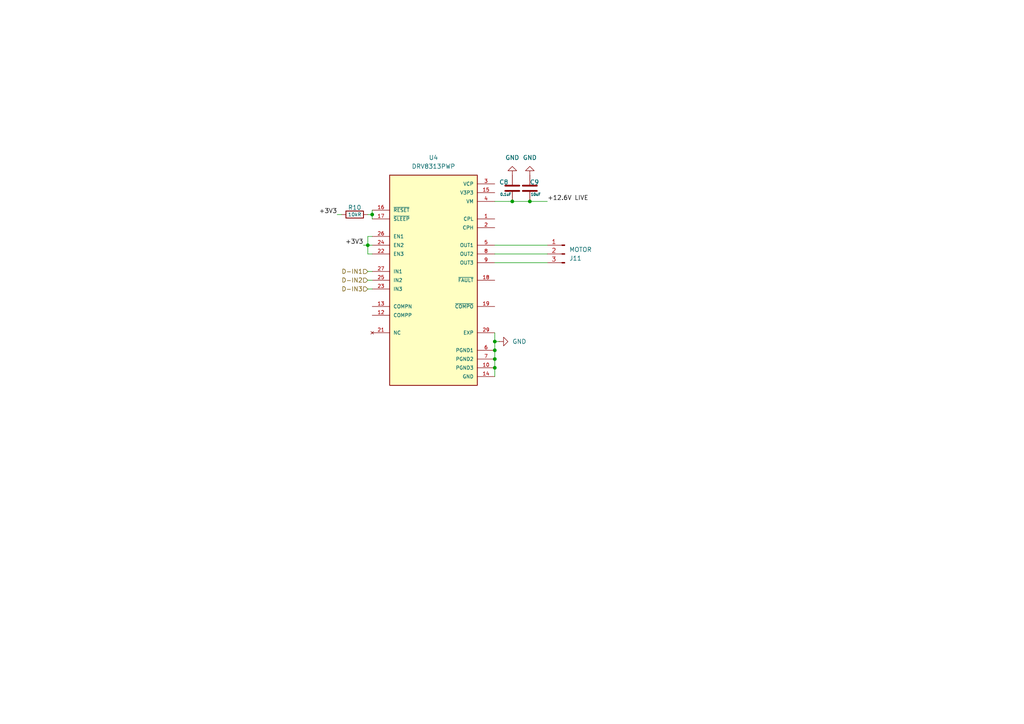
<source format=kicad_sch>
(kicad_sch
	(version 20250114)
	(generator "eeschema")
	(generator_version "9.0")
	(uuid "7f6bab19-dd48-4c26-acaf-e9f89422fd09")
	(paper "A4")
	(lib_symbols
		(symbol "C_1"
			(pin_numbers
				(hide yes)
			)
			(pin_names
				(offset 0.254)
			)
			(exclude_from_sim no)
			(in_bom yes)
			(on_board yes)
			(property "Reference" "C"
				(at 0.635 2.54 0)
				(effects
					(font
						(size 1.27 1.27)
					)
					(justify left)
				)
			)
			(property "Value" "C"
				(at 0.635 -2.54 0)
				(effects
					(font
						(size 1.27 1.27)
					)
					(justify left)
				)
			)
			(property "Footprint" ""
				(at 0.9652 -3.81 0)
				(effects
					(font
						(size 1.27 1.27)
					)
					(hide yes)
				)
			)
			(property "Datasheet" "~"
				(at 0 0 0)
				(effects
					(font
						(size 1.27 1.27)
					)
					(hide yes)
				)
			)
			(property "Description" "Unpolarized capacitor"
				(at 0 0 0)
				(effects
					(font
						(size 1.27 1.27)
					)
					(hide yes)
				)
			)
			(property "ki_keywords" "cap capacitor"
				(at 0 0 0)
				(effects
					(font
						(size 1.27 1.27)
					)
					(hide yes)
				)
			)
			(property "ki_fp_filters" "C_*"
				(at 0 0 0)
				(effects
					(font
						(size 1.27 1.27)
					)
					(hide yes)
				)
			)
			(symbol "C_1_0_1"
				(polyline
					(pts
						(xy -2.032 0.762) (xy 2.032 0.762)
					)
					(stroke
						(width 0.508)
						(type default)
					)
					(fill
						(type none)
					)
				)
				(polyline
					(pts
						(xy -2.032 -0.762) (xy 2.032 -0.762)
					)
					(stroke
						(width 0.508)
						(type default)
					)
					(fill
						(type none)
					)
				)
			)
			(symbol "C_1_1_1"
				(pin passive line
					(at 0 3.81 270)
					(length 2.794)
					(name "~"
						(effects
							(font
								(size 1.27 1.27)
							)
						)
					)
					(number "1"
						(effects
							(font
								(size 1.27 1.27)
							)
						)
					)
				)
				(pin passive line
					(at 0 -3.81 90)
					(length 2.794)
					(name "~"
						(effects
							(font
								(size 1.27 1.27)
							)
						)
					)
					(number "2"
						(effects
							(font
								(size 1.27 1.27)
							)
						)
					)
				)
			)
			(embedded_fonts no)
		)
		(symbol "Connector:Conn_01x03_Pin"
			(pin_names
				(offset 1.016)
				(hide yes)
			)
			(exclude_from_sim no)
			(in_bom yes)
			(on_board yes)
			(property "Reference" "J"
				(at 0 5.08 0)
				(effects
					(font
						(size 1.27 1.27)
					)
				)
			)
			(property "Value" "Conn_01x03_Pin"
				(at 0 -5.08 0)
				(effects
					(font
						(size 1.27 1.27)
					)
				)
			)
			(property "Footprint" ""
				(at 0 0 0)
				(effects
					(font
						(size 1.27 1.27)
					)
					(hide yes)
				)
			)
			(property "Datasheet" "~"
				(at 0 0 0)
				(effects
					(font
						(size 1.27 1.27)
					)
					(hide yes)
				)
			)
			(property "Description" "Generic connector, single row, 01x03, script generated"
				(at 0 0 0)
				(effects
					(font
						(size 1.27 1.27)
					)
					(hide yes)
				)
			)
			(property "ki_locked" ""
				(at 0 0 0)
				(effects
					(font
						(size 1.27 1.27)
					)
				)
			)
			(property "ki_keywords" "connector"
				(at 0 0 0)
				(effects
					(font
						(size 1.27 1.27)
					)
					(hide yes)
				)
			)
			(property "ki_fp_filters" "Connector*:*_1x??_*"
				(at 0 0 0)
				(effects
					(font
						(size 1.27 1.27)
					)
					(hide yes)
				)
			)
			(symbol "Conn_01x03_Pin_1_1"
				(rectangle
					(start 0.8636 2.667)
					(end 0 2.413)
					(stroke
						(width 0.1524)
						(type default)
					)
					(fill
						(type outline)
					)
				)
				(rectangle
					(start 0.8636 0.127)
					(end 0 -0.127)
					(stroke
						(width 0.1524)
						(type default)
					)
					(fill
						(type outline)
					)
				)
				(rectangle
					(start 0.8636 -2.413)
					(end 0 -2.667)
					(stroke
						(width 0.1524)
						(type default)
					)
					(fill
						(type outline)
					)
				)
				(polyline
					(pts
						(xy 1.27 2.54) (xy 0.8636 2.54)
					)
					(stroke
						(width 0.1524)
						(type default)
					)
					(fill
						(type none)
					)
				)
				(polyline
					(pts
						(xy 1.27 0) (xy 0.8636 0)
					)
					(stroke
						(width 0.1524)
						(type default)
					)
					(fill
						(type none)
					)
				)
				(polyline
					(pts
						(xy 1.27 -2.54) (xy 0.8636 -2.54)
					)
					(stroke
						(width 0.1524)
						(type default)
					)
					(fill
						(type none)
					)
				)
				(pin passive line
					(at 5.08 2.54 180)
					(length 3.81)
					(name "Pin_1"
						(effects
							(font
								(size 1.27 1.27)
							)
						)
					)
					(number "1"
						(effects
							(font
								(size 1.27 1.27)
							)
						)
					)
				)
				(pin passive line
					(at 5.08 0 180)
					(length 3.81)
					(name "Pin_2"
						(effects
							(font
								(size 1.27 1.27)
							)
						)
					)
					(number "2"
						(effects
							(font
								(size 1.27 1.27)
							)
						)
					)
				)
				(pin passive line
					(at 5.08 -2.54 180)
					(length 3.81)
					(name "Pin_3"
						(effects
							(font
								(size 1.27 1.27)
							)
						)
					)
					(number "3"
						(effects
							(font
								(size 1.27 1.27)
							)
						)
					)
				)
			)
			(embedded_fonts no)
		)
		(symbol "DRV8313PWP:DRV8313PWP"
			(pin_names
				(offset 1.016)
			)
			(exclude_from_sim no)
			(in_bom yes)
			(on_board yes)
			(property "Reference" "U"
				(at -12.7 31.48 0)
				(effects
					(font
						(size 1.27 1.27)
					)
					(justify left bottom)
				)
			)
			(property "Value" "DRV8313PWP"
				(at -12.7 -33.02 0)
				(effects
					(font
						(size 1.27 1.27)
					)
					(justify left bottom)
				)
			)
			(property "Footprint" "DRV8313PWP:SOP65P640X120-29N"
				(at 0 0 0)
				(effects
					(font
						(size 1.27 1.27)
					)
					(justify bottom)
					(hide yes)
				)
			)
			(property "Datasheet" ""
				(at 0 0 0)
				(effects
					(font
						(size 1.27 1.27)
					)
					(hide yes)
				)
			)
			(property "Description" ""
				(at 0 0 0)
				(effects
					(font
						(size 1.27 1.27)
					)
					(hide yes)
				)
			)
			(property "MF" "Texas Instruments"
				(at 0 0 0)
				(effects
					(font
						(size 1.27 1.27)
					)
					(justify bottom)
					(hide yes)
				)
			)
			(property "SNAPEDA_PACKAGE_ID" "102627"
				(at 0 0 0)
				(effects
					(font
						(size 1.27 1.27)
					)
					(justify bottom)
					(hide yes)
				)
			)
			(property "Package" "HTSSOP-28 Texas Instruments"
				(at 0 0 0)
				(effects
					(font
						(size 1.27 1.27)
					)
					(justify bottom)
					(hide yes)
				)
			)
			(property "Price" "None"
				(at 0 0 0)
				(effects
					(font
						(size 1.27 1.27)
					)
					(justify bottom)
					(hide yes)
				)
			)
			(property "Check_prices" "https://www.snapeda.com/parts/DRV8313PWP/Texas+Instruments/view-part/?ref=eda"
				(at 0 0 0)
				(effects
					(font
						(size 1.27 1.27)
					)
					(justify bottom)
					(hide yes)
				)
			)
			(property "STANDARD" "Manufacturer Recommendations"
				(at 0 0 0)
				(effects
					(font
						(size 1.27 1.27)
					)
					(justify bottom)
					(hide yes)
				)
			)
			(property "PARTREV" "D"
				(at 0 0 0)
				(effects
					(font
						(size 1.27 1.27)
					)
					(justify bottom)
					(hide yes)
				)
			)
			(property "SnapEDA_Link" "https://www.snapeda.com/parts/DRV8313PWP/Texas+Instruments/view-part/?ref=snap"
				(at 0 0 0)
				(effects
					(font
						(size 1.27 1.27)
					)
					(justify bottom)
					(hide yes)
				)
			)
			(property "MP" "DRV8313PWP"
				(at 0 0 0)
				(effects
					(font
						(size 1.27 1.27)
					)
					(justify bottom)
					(hide yes)
				)
			)
			(property "Purchase-URL" "https://www.snapeda.com/api/url_track_click_mouser/?unipart_id=287728&manufacturer=Texas Instruments&part_name=DRV8313PWP&search_term=None"
				(at 0 0 0)
				(effects
					(font
						(size 1.27 1.27)
					)
					(justify bottom)
					(hide yes)
				)
			)
			(property "Description_1" "65-V max 3-A peak 3-phase motor driver with integrated FETs"
				(at 0 0 0)
				(effects
					(font
						(size 1.27 1.27)
					)
					(justify bottom)
					(hide yes)
				)
			)
			(property "MANUFACTURER" "Texas Instruments"
				(at 0 0 0)
				(effects
					(font
						(size 1.27 1.27)
					)
					(justify bottom)
					(hide yes)
				)
			)
			(property "Availability" "In Stock"
				(at 0 0 0)
				(effects
					(font
						(size 1.27 1.27)
					)
					(justify bottom)
					(hide yes)
				)
			)
			(property "MAXIMUM_PACKAGE_HEIGHT" "1.2 mm"
				(at 0 0 0)
				(effects
					(font
						(size 1.27 1.27)
					)
					(justify bottom)
					(hide yes)
				)
			)
			(symbol "DRV8313PWP_0_0"
				(rectangle
					(start -12.7 -30.48)
					(end 12.7 30.48)
					(stroke
						(width 0.254)
						(type default)
					)
					(fill
						(type background)
					)
				)
				(pin input line
					(at -17.78 20.32 0)
					(length 5.08)
					(name "~{RESET}"
						(effects
							(font
								(size 1.016 1.016)
							)
						)
					)
					(number "16"
						(effects
							(font
								(size 1.016 1.016)
							)
						)
					)
				)
				(pin input line
					(at -17.78 17.78 0)
					(length 5.08)
					(name "~{SLEEP}"
						(effects
							(font
								(size 1.016 1.016)
							)
						)
					)
					(number "17"
						(effects
							(font
								(size 1.016 1.016)
							)
						)
					)
				)
				(pin input line
					(at -17.78 12.7 0)
					(length 5.08)
					(name "EN1"
						(effects
							(font
								(size 1.016 1.016)
							)
						)
					)
					(number "26"
						(effects
							(font
								(size 1.016 1.016)
							)
						)
					)
				)
				(pin input line
					(at -17.78 10.16 0)
					(length 5.08)
					(name "EN2"
						(effects
							(font
								(size 1.016 1.016)
							)
						)
					)
					(number "24"
						(effects
							(font
								(size 1.016 1.016)
							)
						)
					)
				)
				(pin input line
					(at -17.78 7.62 0)
					(length 5.08)
					(name "EN3"
						(effects
							(font
								(size 1.016 1.016)
							)
						)
					)
					(number "22"
						(effects
							(font
								(size 1.016 1.016)
							)
						)
					)
				)
				(pin input line
					(at -17.78 2.54 0)
					(length 5.08)
					(name "IN1"
						(effects
							(font
								(size 1.016 1.016)
							)
						)
					)
					(number "27"
						(effects
							(font
								(size 1.016 1.016)
							)
						)
					)
				)
				(pin input line
					(at -17.78 0 0)
					(length 5.08)
					(name "IN2"
						(effects
							(font
								(size 1.016 1.016)
							)
						)
					)
					(number "25"
						(effects
							(font
								(size 1.016 1.016)
							)
						)
					)
				)
				(pin input line
					(at -17.78 -2.54 0)
					(length 5.08)
					(name "IN3"
						(effects
							(font
								(size 1.016 1.016)
							)
						)
					)
					(number "23"
						(effects
							(font
								(size 1.016 1.016)
							)
						)
					)
				)
				(pin input line
					(at -17.78 -7.62 0)
					(length 5.08)
					(name "COMPN"
						(effects
							(font
								(size 1.016 1.016)
							)
						)
					)
					(number "13"
						(effects
							(font
								(size 1.016 1.016)
							)
						)
					)
				)
				(pin input line
					(at -17.78 -10.16 0)
					(length 5.08)
					(name "COMPP"
						(effects
							(font
								(size 1.016 1.016)
							)
						)
					)
					(number "12"
						(effects
							(font
								(size 1.016 1.016)
							)
						)
					)
				)
				(pin no_connect line
					(at -17.78 -15.24 0)
					(length 5.08)
					(name "NC"
						(effects
							(font
								(size 1.016 1.016)
							)
						)
					)
					(number "21"
						(effects
							(font
								(size 1.016 1.016)
							)
						)
					)
				)
				(pin power_in line
					(at 17.78 27.94 180)
					(length 5.08)
					(name "VCP"
						(effects
							(font
								(size 1.016 1.016)
							)
						)
					)
					(number "3"
						(effects
							(font
								(size 1.016 1.016)
							)
						)
					)
				)
				(pin power_in line
					(at 17.78 25.4 180)
					(length 5.08)
					(name "V3P3"
						(effects
							(font
								(size 1.016 1.016)
							)
						)
					)
					(number "15"
						(effects
							(font
								(size 1.016 1.016)
							)
						)
					)
				)
				(pin power_in line
					(at 17.78 22.86 180)
					(length 5.08)
					(hide yes)
					(name "VM"
						(effects
							(font
								(size 1.016 1.016)
							)
						)
					)
					(number "11"
						(effects
							(font
								(size 1.016 1.016)
							)
						)
					)
				)
				(pin power_in line
					(at 17.78 22.86 180)
					(length 5.08)
					(name "VM"
						(effects
							(font
								(size 1.016 1.016)
							)
						)
					)
					(number "4"
						(effects
							(font
								(size 1.016 1.016)
							)
						)
					)
				)
				(pin power_in line
					(at 17.78 17.78 180)
					(length 5.08)
					(name "CPL"
						(effects
							(font
								(size 1.016 1.016)
							)
						)
					)
					(number "1"
						(effects
							(font
								(size 1.016 1.016)
							)
						)
					)
				)
				(pin power_in line
					(at 17.78 15.24 180)
					(length 5.08)
					(name "CPH"
						(effects
							(font
								(size 1.016 1.016)
							)
						)
					)
					(number "2"
						(effects
							(font
								(size 1.016 1.016)
							)
						)
					)
				)
				(pin output line
					(at 17.78 10.16 180)
					(length 5.08)
					(name "OUT1"
						(effects
							(font
								(size 1.016 1.016)
							)
						)
					)
					(number "5"
						(effects
							(font
								(size 1.016 1.016)
							)
						)
					)
				)
				(pin output line
					(at 17.78 7.62 180)
					(length 5.08)
					(name "OUT2"
						(effects
							(font
								(size 1.016 1.016)
							)
						)
					)
					(number "8"
						(effects
							(font
								(size 1.016 1.016)
							)
						)
					)
				)
				(pin output line
					(at 17.78 5.08 180)
					(length 5.08)
					(name "OUT3"
						(effects
							(font
								(size 1.016 1.016)
							)
						)
					)
					(number "9"
						(effects
							(font
								(size 1.016 1.016)
							)
						)
					)
				)
				(pin output line
					(at 17.78 0 180)
					(length 5.08)
					(name "~{FAULT}"
						(effects
							(font
								(size 1.016 1.016)
							)
						)
					)
					(number "18"
						(effects
							(font
								(size 1.016 1.016)
							)
						)
					)
				)
				(pin output line
					(at 17.78 -7.62 180)
					(length 5.08)
					(name "~{COMPO}"
						(effects
							(font
								(size 1.016 1.016)
							)
						)
					)
					(number "19"
						(effects
							(font
								(size 1.016 1.016)
							)
						)
					)
				)
				(pin power_in line
					(at 17.78 -15.24 180)
					(length 5.08)
					(name "EXP"
						(effects
							(font
								(size 1.016 1.016)
							)
						)
					)
					(number "29"
						(effects
							(font
								(size 1.016 1.016)
							)
						)
					)
				)
				(pin power_in line
					(at 17.78 -20.32 180)
					(length 5.08)
					(name "PGND1"
						(effects
							(font
								(size 1.016 1.016)
							)
						)
					)
					(number "6"
						(effects
							(font
								(size 1.016 1.016)
							)
						)
					)
				)
				(pin power_in line
					(at 17.78 -22.86 180)
					(length 5.08)
					(name "PGND2"
						(effects
							(font
								(size 1.016 1.016)
							)
						)
					)
					(number "7"
						(effects
							(font
								(size 1.016 1.016)
							)
						)
					)
				)
				(pin power_in line
					(at 17.78 -25.4 180)
					(length 5.08)
					(name "PGND3"
						(effects
							(font
								(size 1.016 1.016)
							)
						)
					)
					(number "10"
						(effects
							(font
								(size 1.016 1.016)
							)
						)
					)
				)
				(pin power_in line
					(at 17.78 -27.94 180)
					(length 5.08)
					(name "GND"
						(effects
							(font
								(size 1.016 1.016)
							)
						)
					)
					(number "14"
						(effects
							(font
								(size 1.016 1.016)
							)
						)
					)
				)
				(pin power_in line
					(at 17.78 -27.94 180)
					(length 5.08)
					(hide yes)
					(name "GND"
						(effects
							(font
								(size 1.016 1.016)
							)
						)
					)
					(number "20"
						(effects
							(font
								(size 1.016 1.016)
							)
						)
					)
				)
				(pin power_in line
					(at 17.78 -27.94 180)
					(length 5.08)
					(hide yes)
					(name "GND"
						(effects
							(font
								(size 1.016 1.016)
							)
						)
					)
					(number "28"
						(effects
							(font
								(size 1.016 1.016)
							)
						)
					)
				)
			)
			(embedded_fonts no)
		)
		(symbol "Device:C"
			(pin_numbers
				(hide yes)
			)
			(pin_names
				(offset 0.254)
			)
			(exclude_from_sim no)
			(in_bom yes)
			(on_board yes)
			(property "Reference" "C"
				(at 0.635 2.54 0)
				(effects
					(font
						(size 1.27 1.27)
					)
					(justify left)
				)
			)
			(property "Value" "C"
				(at 0.635 -2.54 0)
				(effects
					(font
						(size 1.27 1.27)
					)
					(justify left)
				)
			)
			(property "Footprint" ""
				(at 0.9652 -3.81 0)
				(effects
					(font
						(size 1.27 1.27)
					)
					(hide yes)
				)
			)
			(property "Datasheet" "~"
				(at 0 0 0)
				(effects
					(font
						(size 1.27 1.27)
					)
					(hide yes)
				)
			)
			(property "Description" "Unpolarized capacitor"
				(at 0 0 0)
				(effects
					(font
						(size 1.27 1.27)
					)
					(hide yes)
				)
			)
			(property "ki_keywords" "cap capacitor"
				(at 0 0 0)
				(effects
					(font
						(size 1.27 1.27)
					)
					(hide yes)
				)
			)
			(property "ki_fp_filters" "C_*"
				(at 0 0 0)
				(effects
					(font
						(size 1.27 1.27)
					)
					(hide yes)
				)
			)
			(symbol "C_0_1"
				(polyline
					(pts
						(xy -2.032 0.762) (xy 2.032 0.762)
					)
					(stroke
						(width 0.508)
						(type default)
					)
					(fill
						(type none)
					)
				)
				(polyline
					(pts
						(xy -2.032 -0.762) (xy 2.032 -0.762)
					)
					(stroke
						(width 0.508)
						(type default)
					)
					(fill
						(type none)
					)
				)
			)
			(symbol "C_1_1"
				(pin passive line
					(at 0 3.81 270)
					(length 2.794)
					(name "~"
						(effects
							(font
								(size 1.27 1.27)
							)
						)
					)
					(number "1"
						(effects
							(font
								(size 1.27 1.27)
							)
						)
					)
				)
				(pin passive line
					(at 0 -3.81 90)
					(length 2.794)
					(name "~"
						(effects
							(font
								(size 1.27 1.27)
							)
						)
					)
					(number "2"
						(effects
							(font
								(size 1.27 1.27)
							)
						)
					)
				)
			)
			(embedded_fonts no)
		)
		(symbol "Device:R"
			(pin_numbers
				(hide yes)
			)
			(pin_names
				(offset 0)
			)
			(exclude_from_sim no)
			(in_bom yes)
			(on_board yes)
			(property "Reference" "R"
				(at 2.032 0 90)
				(effects
					(font
						(size 1.27 1.27)
					)
				)
			)
			(property "Value" "R"
				(at 0 0 90)
				(effects
					(font
						(size 1.27 1.27)
					)
				)
			)
			(property "Footprint" ""
				(at -1.778 0 90)
				(effects
					(font
						(size 1.27 1.27)
					)
					(hide yes)
				)
			)
			(property "Datasheet" "~"
				(at 0 0 0)
				(effects
					(font
						(size 1.27 1.27)
					)
					(hide yes)
				)
			)
			(property "Description" "Resistor"
				(at 0 0 0)
				(effects
					(font
						(size 1.27 1.27)
					)
					(hide yes)
				)
			)
			(property "ki_keywords" "R res resistor"
				(at 0 0 0)
				(effects
					(font
						(size 1.27 1.27)
					)
					(hide yes)
				)
			)
			(property "ki_fp_filters" "R_*"
				(at 0 0 0)
				(effects
					(font
						(size 1.27 1.27)
					)
					(hide yes)
				)
			)
			(symbol "R_0_1"
				(rectangle
					(start -1.016 -2.54)
					(end 1.016 2.54)
					(stroke
						(width 0.254)
						(type default)
					)
					(fill
						(type none)
					)
				)
			)
			(symbol "R_1_1"
				(pin passive line
					(at 0 3.81 270)
					(length 1.27)
					(name "~"
						(effects
							(font
								(size 1.27 1.27)
							)
						)
					)
					(number "1"
						(effects
							(font
								(size 1.27 1.27)
							)
						)
					)
				)
				(pin passive line
					(at 0 -3.81 90)
					(length 1.27)
					(name "~"
						(effects
							(font
								(size 1.27 1.27)
							)
						)
					)
					(number "2"
						(effects
							(font
								(size 1.27 1.27)
							)
						)
					)
				)
			)
			(embedded_fonts no)
		)
		(symbol "power:GND"
			(power)
			(pin_numbers
				(hide yes)
			)
			(pin_names
				(offset 0)
				(hide yes)
			)
			(exclude_from_sim no)
			(in_bom yes)
			(on_board yes)
			(property "Reference" "#PWR"
				(at 0 -6.35 0)
				(effects
					(font
						(size 1.27 1.27)
					)
					(hide yes)
				)
			)
			(property "Value" "GND"
				(at 0 -3.81 0)
				(effects
					(font
						(size 1.27 1.27)
					)
				)
			)
			(property "Footprint" ""
				(at 0 0 0)
				(effects
					(font
						(size 1.27 1.27)
					)
					(hide yes)
				)
			)
			(property "Datasheet" ""
				(at 0 0 0)
				(effects
					(font
						(size 1.27 1.27)
					)
					(hide yes)
				)
			)
			(property "Description" "Power symbol creates a global label with name \"GND\" , ground"
				(at 0 0 0)
				(effects
					(font
						(size 1.27 1.27)
					)
					(hide yes)
				)
			)
			(property "ki_keywords" "global power"
				(at 0 0 0)
				(effects
					(font
						(size 1.27 1.27)
					)
					(hide yes)
				)
			)
			(symbol "GND_0_1"
				(polyline
					(pts
						(xy 0 0) (xy 0 -1.27) (xy 1.27 -1.27) (xy 0 -2.54) (xy -1.27 -1.27) (xy 0 -1.27)
					)
					(stroke
						(width 0)
						(type default)
					)
					(fill
						(type none)
					)
				)
			)
			(symbol "GND_1_1"
				(pin power_in line
					(at 0 0 270)
					(length 0)
					(name "~"
						(effects
							(font
								(size 1.27 1.27)
							)
						)
					)
					(number "1"
						(effects
							(font
								(size 1.27 1.27)
							)
						)
					)
				)
			)
			(embedded_fonts no)
		)
	)
	(junction
		(at 143.51 101.6)
		(diameter 0)
		(color 0 0 0 0)
		(uuid "00fd55c9-a2a4-4185-8074-56825c2db7db")
	)
	(junction
		(at 143.51 99.06)
		(diameter 0)
		(color 0 0 0 0)
		(uuid "307d9f27-905b-4fd5-9bbf-bb8e2500c408")
	)
	(junction
		(at 143.51 106.68)
		(diameter 0)
		(color 0 0 0 0)
		(uuid "7be246af-3edf-4625-8b3d-6a524d7dbe25")
	)
	(junction
		(at 106.68 71.12)
		(diameter 0)
		(color 0 0 0 0)
		(uuid "af716d97-b1d8-4cdc-922d-2da355948d6f")
	)
	(junction
		(at 143.51 104.14)
		(diameter 0)
		(color 0 0 0 0)
		(uuid "dc113224-abf1-487c-83ea-5722405dd9d7")
	)
	(junction
		(at 153.67 58.42)
		(diameter 0)
		(color 0 0 0 0)
		(uuid "ee37c214-e3e8-42e7-8d41-60e27b4d9fe3")
	)
	(junction
		(at 107.95 62.23)
		(diameter 0)
		(color 0 0 0 0)
		(uuid "f650df78-0ce5-457a-8f24-30f4b94e72b6")
	)
	(junction
		(at 148.59 58.42)
		(diameter 0)
		(color 0 0 0 0)
		(uuid "f65346d8-d356-4967-a7cd-e68b3f0a13c6")
	)
	(wire
		(pts
			(xy 107.95 62.23) (xy 107.95 63.5)
		)
		(stroke
			(width 0)
			(type default)
		)
		(uuid "12defd6e-c46e-4573-bec4-89cde6ea1dde")
	)
	(wire
		(pts
			(xy 106.68 83.82) (xy 107.95 83.82)
		)
		(stroke
			(width 0)
			(type default)
		)
		(uuid "1c4c0cd3-aa10-4c6f-a5b8-a734d49b59b3")
	)
	(wire
		(pts
			(xy 107.95 68.58) (xy 106.68 68.58)
		)
		(stroke
			(width 0)
			(type default)
		)
		(uuid "1dbff7e5-a22d-4330-89cc-3d1675730b29")
	)
	(wire
		(pts
			(xy 143.51 104.14) (xy 143.51 106.68)
		)
		(stroke
			(width 0)
			(type default)
		)
		(uuid "371d3046-301e-46bd-a213-6bbd51eeeff3")
	)
	(wire
		(pts
			(xy 143.51 73.66) (xy 158.75 73.66)
		)
		(stroke
			(width 0)
			(type default)
		)
		(uuid "3988992a-49b8-4232-915f-3836b918052e")
	)
	(wire
		(pts
			(xy 107.95 73.66) (xy 106.68 73.66)
		)
		(stroke
			(width 0)
			(type default)
		)
		(uuid "3fe5949d-d2a3-4772-80d4-0057936b8ff5")
	)
	(wire
		(pts
			(xy 143.51 99.06) (xy 144.78 99.06)
		)
		(stroke
			(width 0)
			(type default)
		)
		(uuid "402a0d84-a24f-4cdb-b319-fc914651f19a")
	)
	(wire
		(pts
			(xy 106.68 71.12) (xy 107.95 71.12)
		)
		(stroke
			(width 0)
			(type default)
		)
		(uuid "4fbfe6ba-9966-4c98-95e7-8656e9da126d")
	)
	(wire
		(pts
			(xy 143.51 96.52) (xy 143.51 99.06)
		)
		(stroke
			(width 0)
			(type default)
		)
		(uuid "5e6e6519-4810-46f7-a10a-c8f02c389640")
	)
	(wire
		(pts
			(xy 143.51 76.2) (xy 158.75 76.2)
		)
		(stroke
			(width 0)
			(type default)
		)
		(uuid "602773e9-a42e-4d41-8f2b-b5e3c625df0f")
	)
	(wire
		(pts
			(xy 143.51 99.06) (xy 143.51 101.6)
		)
		(stroke
			(width 0)
			(type default)
		)
		(uuid "71f0b67b-45b7-4040-8c91-ee4a4d7767ef")
	)
	(wire
		(pts
			(xy 97.79 62.23) (xy 99.06 62.23)
		)
		(stroke
			(width 0)
			(type default)
		)
		(uuid "7a3ec756-95b3-4f23-b6d9-cceb6e2d88f5")
	)
	(wire
		(pts
			(xy 106.68 81.28) (xy 107.95 81.28)
		)
		(stroke
			(width 0)
			(type default)
		)
		(uuid "86f75c9f-9b09-41ef-94c1-71dfded7a75c")
	)
	(wire
		(pts
			(xy 143.51 58.42) (xy 148.59 58.42)
		)
		(stroke
			(width 0)
			(type default)
		)
		(uuid "872a5007-63c3-4771-9fa1-0d6940136058")
	)
	(wire
		(pts
			(xy 106.68 62.23) (xy 107.95 62.23)
		)
		(stroke
			(width 0)
			(type default)
		)
		(uuid "8c179d25-593d-4aef-9657-be3d052aa29a")
	)
	(wire
		(pts
			(xy 148.59 58.42) (xy 153.67 58.42)
		)
		(stroke
			(width 0)
			(type default)
		)
		(uuid "8ee50ff2-2ed9-49e6-aea6-3e31ea9a1425")
	)
	(wire
		(pts
			(xy 106.68 78.74) (xy 107.95 78.74)
		)
		(stroke
			(width 0)
			(type default)
		)
		(uuid "93b7ff21-347a-43e9-9084-24bbd8637f99")
	)
	(wire
		(pts
			(xy 143.51 106.68) (xy 143.51 109.22)
		)
		(stroke
			(width 0)
			(type default)
		)
		(uuid "bd4b61f2-bd57-413b-953e-b8428fb3bf4d")
	)
	(wire
		(pts
			(xy 107.95 60.96) (xy 107.95 62.23)
		)
		(stroke
			(width 0)
			(type default)
		)
		(uuid "d4471693-46fc-4d43-9801-23eb7b9c2705")
	)
	(wire
		(pts
			(xy 106.68 73.66) (xy 106.68 71.12)
		)
		(stroke
			(width 0)
			(type default)
		)
		(uuid "ea0f23a3-175d-483e-85b1-3362baf9f562")
	)
	(wire
		(pts
			(xy 105.41 71.12) (xy 106.68 71.12)
		)
		(stroke
			(width 0)
			(type default)
		)
		(uuid "eba24c96-7770-4451-9737-12c696aaa0c7")
	)
	(wire
		(pts
			(xy 143.51 71.12) (xy 158.75 71.12)
		)
		(stroke
			(width 0)
			(type default)
		)
		(uuid "ecdacbdf-bebb-4dbd-b7e1-0faeb9ba7872")
	)
	(wire
		(pts
			(xy 143.51 101.6) (xy 143.51 104.14)
		)
		(stroke
			(width 0)
			(type default)
		)
		(uuid "ef49c340-4051-4908-9aeb-daaafc3ee97c")
	)
	(wire
		(pts
			(xy 106.68 68.58) (xy 106.68 71.12)
		)
		(stroke
			(width 0)
			(type default)
		)
		(uuid "f87a368f-e225-4fda-98a4-55f53d445b57")
	)
	(wire
		(pts
			(xy 153.67 58.42) (xy 158.75 58.42)
		)
		(stroke
			(width 0)
			(type default)
		)
		(uuid "f9f43e1d-35bc-41b4-9430-0b6ab2204beb")
	)
	(label "+3V3"
		(at 97.79 62.23 180)
		(effects
			(font
				(size 1.27 1.27)
			)
			(justify right bottom)
		)
		(uuid "336d5eda-3d04-4c9e-804a-b80e8f1130c8")
	)
	(label "+3V3"
		(at 105.41 71.12 180)
		(effects
			(font
				(size 1.27 1.27)
			)
			(justify right bottom)
		)
		(uuid "c94820d9-dc45-4349-9341-856c85983d4f")
	)
	(label "+12.6V LIVE"
		(at 158.75 58.42 0)
		(fields_autoplaced yes)
		(effects
			(font
				(size 1.27 1.27)
			)
			(justify left bottom)
		)
		(uuid "e3f76849-92a6-4373-b36b-f16d423a2a5f")
		(property "+8.4 Heavy" ""
			(at 158.75 59.69 0)
			(effects
				(font
					(size 1.27 1.27)
					(italic yes)
				)
				(justify left)
			)
		)
	)
	(hierarchical_label "D-IN3"
		(shape input)
		(at 106.68 83.82 180)
		(effects
			(font
				(size 1.27 1.27)
			)
			(justify right)
		)
		(uuid "21714949-8bdb-480e-b411-936c7d919fdf")
	)
	(hierarchical_label "D-IN1"
		(shape input)
		(at 106.68 78.74 180)
		(effects
			(font
				(size 1.27 1.27)
			)
			(justify right)
		)
		(uuid "7301b576-3a8a-49be-80c6-835886828bb3")
	)
	(hierarchical_label "D-IN2"
		(shape input)
		(at 106.68 81.28 180)
		(effects
			(font
				(size 1.27 1.27)
			)
			(justify right)
		)
		(uuid "7312b766-d9e8-4696-b3b5-8471df8a3c41")
	)
	(symbol
		(lib_id "Device:C")
		(at 148.59 54.61 180)
		(unit 1)
		(exclude_from_sim no)
		(in_bom yes)
		(on_board yes)
		(dnp no)
		(uuid "7cbce35d-b3ef-496c-b489-afd184dd98b9")
		(property "Reference" "C8"
			(at 144.78 52.832 0)
			(effects
				(font
					(size 1.27 1.27)
				)
				(justify right)
			)
		)
		(property "Value" "0.1uF"
			(at 145.034 56.388 0)
			(effects
				(font
					(size 0.762 0.762)
				)
				(justify right)
			)
		)
		(property "Footprint" "Capacitor_SMD:C_0805_2012Metric"
			(at 147.6248 50.8 0)
			(effects
				(font
					(size 1.27 1.27)
				)
				(hide yes)
			)
		)
		(property "Datasheet" "~"
			(at 148.59 54.61 0)
			(effects
				(font
					(size 1.27 1.27)
				)
				(hide yes)
			)
		)
		(property "Description" "Unpolarized capacitor"
			(at 148.59 54.61 0)
			(effects
				(font
					(size 1.27 1.27)
				)
				(hide yes)
			)
		)
		(pin "1"
			(uuid "f6f37cc4-fa93-4e8f-a918-1eccb7b102d1")
		)
		(pin "2"
			(uuid "75c59acb-1083-486e-911a-46c18d5a0aa6")
		)
		(instances
			(project ""
				(path "/12b42b7d-d204-4934-8b98-59095ef31821/7b0bf3ab-84ad-4d72-8ee0-71bd067791e7"
					(reference "C8")
					(unit 1)
				)
				(path "/12b42b7d-d204-4934-8b98-59095ef31821/a406303c-1196-415f-8f1a-bcc4255416b2"
					(reference "C12")
					(unit 1)
				)
				(path "/12b42b7d-d204-4934-8b98-59095ef31821/e3b6f5d1-40df-4a2b-8d35-23f833e103f5"
					(reference "C10")
					(unit 1)
				)
			)
		)
	)
	(symbol
		(lib_id "DRV8313PWP:DRV8313PWP")
		(at 125.73 81.28 0)
		(unit 1)
		(exclude_from_sim no)
		(in_bom yes)
		(on_board yes)
		(dnp no)
		(fields_autoplaced yes)
		(uuid "88c7ec3d-5301-4f86-aec3-1fb049871875")
		(property "Reference" "U4"
			(at 125.73 45.72 0)
			(effects
				(font
					(size 1.27 1.27)
				)
			)
		)
		(property "Value" "DRV8313PWP"
			(at 125.73 48.26 0)
			(effects
				(font
					(size 1.27 1.27)
				)
			)
		)
		(property "Footprint" "DRV8313PWP:SOP65P640X120-29N"
			(at 125.73 81.28 0)
			(effects
				(font
					(size 1.27 1.27)
				)
				(justify bottom)
				(hide yes)
			)
		)
		(property "Datasheet" ""
			(at 125.73 81.28 0)
			(effects
				(font
					(size 1.27 1.27)
				)
				(hide yes)
			)
		)
		(property "Description" ""
			(at 125.73 81.28 0)
			(effects
				(font
					(size 1.27 1.27)
				)
				(hide yes)
			)
		)
		(property "MF" "Texas Instruments"
			(at 125.73 81.28 0)
			(effects
				(font
					(size 1.27 1.27)
				)
				(justify bottom)
				(hide yes)
			)
		)
		(property "SNAPEDA_PACKAGE_ID" "102627"
			(at 125.73 81.28 0)
			(effects
				(font
					(size 1.27 1.27)
				)
				(justify bottom)
				(hide yes)
			)
		)
		(property "Package" "HTSSOP-28 Texas Instruments"
			(at 125.73 81.28 0)
			(effects
				(font
					(size 1.27 1.27)
				)
				(justify bottom)
				(hide yes)
			)
		)
		(property "Price" "None"
			(at 125.73 81.28 0)
			(effects
				(font
					(size 1.27 1.27)
				)
				(justify bottom)
				(hide yes)
			)
		)
		(property "Check_prices" "https://www.snapeda.com/parts/DRV8313PWP/Texas+Instruments/view-part/?ref=eda"
			(at 125.73 81.28 0)
			(effects
				(font
					(size 1.27 1.27)
				)
				(justify bottom)
				(hide yes)
			)
		)
		(property "STANDARD" "Manufacturer Recommendations"
			(at 125.73 81.28 0)
			(effects
				(font
					(size 1.27 1.27)
				)
				(justify bottom)
				(hide yes)
			)
		)
		(property "PARTREV" "D"
			(at 125.73 81.28 0)
			(effects
				(font
					(size 1.27 1.27)
				)
				(justify bottom)
				(hide yes)
			)
		)
		(property "SnapEDA_Link" "https://www.snapeda.com/parts/DRV8313PWP/Texas+Instruments/view-part/?ref=snap"
			(at 125.73 81.28 0)
			(effects
				(font
					(size 1.27 1.27)
				)
				(justify bottom)
				(hide yes)
			)
		)
		(property "MP" "DRV8313PWP"
			(at 125.73 81.28 0)
			(effects
				(font
					(size 1.27 1.27)
				)
				(justify bottom)
				(hide yes)
			)
		)
		(property "Purchase-URL" "https://www.snapeda.com/api/url_track_click_mouser/?unipart_id=287728&manufacturer=Texas Instruments&part_name=DRV8313PWP&search_term=None"
			(at 125.73 81.28 0)
			(effects
				(font
					(size 1.27 1.27)
				)
				(justify bottom)
				(hide yes)
			)
		)
		(property "Description_1" "65-V max 3-A peak 3-phase motor driver with integrated FETs"
			(at 125.73 81.28 0)
			(effects
				(font
					(size 1.27 1.27)
				)
				(justify bottom)
				(hide yes)
			)
		)
		(property "MANUFACTURER" "Texas Instruments"
			(at 125.73 81.28 0)
			(effects
				(font
					(size 1.27 1.27)
				)
				(justify bottom)
				(hide yes)
			)
		)
		(property "Availability" "In Stock"
			(at 125.73 81.28 0)
			(effects
				(font
					(size 1.27 1.27)
				)
				(justify bottom)
				(hide yes)
			)
		)
		(property "MAXIMUM_PACKAGE_HEIGHT" "1.2 mm"
			(at 125.73 81.28 0)
			(effects
				(font
					(size 1.27 1.27)
				)
				(justify bottom)
				(hide yes)
			)
		)
		(pin "18"
			(uuid "7e9ddc89-74a2-4bd8-b284-c1b1cb2fb83d")
		)
		(pin "5"
			(uuid "096492a6-afc2-4532-9c63-ecfad4e4233a")
		)
		(pin "22"
			(uuid "e21ac4fb-be44-4900-95d1-dc71ec6f801e")
		)
		(pin "8"
			(uuid "f7971712-f1a3-4c9e-aed6-d52541f8990e")
		)
		(pin "27"
			(uuid "9c97bd24-cb4b-4981-a94f-353f184d9997")
		)
		(pin "20"
			(uuid "aa0b8aa3-9a99-4b19-a85a-29200f0a718f")
		)
		(pin "28"
			(uuid "57685b7d-f75d-49e9-a3bf-9764033e053b")
		)
		(pin "11"
			(uuid "dc396fa1-df4b-4709-891d-c94d85374caf")
		)
		(pin "7"
			(uuid "12c6fa04-6d55-47cf-8a37-8232043509f5")
		)
		(pin "26"
			(uuid "445b2103-c1ac-4922-8cfa-55069ddcf311")
		)
		(pin "12"
			(uuid "db2e5845-896d-4108-8f17-28383a27d387")
		)
		(pin "21"
			(uuid "12c93bec-0656-42b5-b5a6-41edea418020")
		)
		(pin "15"
			(uuid "c7f01e86-fb6a-4cf8-ad21-bb62196a4fe4")
		)
		(pin "24"
			(uuid "d23b7f95-3aae-4478-ba29-d914822120c3")
		)
		(pin "13"
			(uuid "747d05bb-9927-44ba-a737-a02f65dd8ed1")
		)
		(pin "17"
			(uuid "3b320d2b-527c-4f97-87b6-935a6368c978")
		)
		(pin "3"
			(uuid "56c39c69-a78f-42e9-9025-a7171c9f3ef3")
		)
		(pin "1"
			(uuid "3d6b10e1-eb65-4b09-9664-cea8afa47e56")
		)
		(pin "2"
			(uuid "b18ddd26-852b-4343-b14a-6bee9fb75dc4")
		)
		(pin "16"
			(uuid "3dea7333-46f1-42c4-9b43-6739654d2cb7")
		)
		(pin "25"
			(uuid "3eb3fb96-7157-4765-8f3a-c9957ed5b62f")
		)
		(pin "23"
			(uuid "dd11ac3d-7ac0-4f2d-a173-4e3d65f20b82")
		)
		(pin "4"
			(uuid "fe670e93-d84a-4250-bf8d-f6db86a99dcc")
		)
		(pin "9"
			(uuid "6fb4fc31-0da7-46fd-8b3c-d20729253654")
		)
		(pin "19"
			(uuid "fa39e297-d266-4412-ab72-fb783dded7f5")
		)
		(pin "29"
			(uuid "f92d2aa3-0919-4c3a-8169-3ecca56db13f")
		)
		(pin "6"
			(uuid "4c62ab3d-cf21-45e0-8efc-6c6a090c9161")
		)
		(pin "10"
			(uuid "a3c18364-19c1-4335-8296-c2940cefd182")
		)
		(pin "14"
			(uuid "ef35bcca-eede-4b95-8e30-b1db550ad2f2")
		)
		(instances
			(project ""
				(path "/12b42b7d-d204-4934-8b98-59095ef31821/7b0bf3ab-84ad-4d72-8ee0-71bd067791e7"
					(reference "U4")
					(unit 1)
				)
				(path "/12b42b7d-d204-4934-8b98-59095ef31821/a406303c-1196-415f-8f1a-bcc4255416b2"
					(reference "U6")
					(unit 1)
				)
				(path "/12b42b7d-d204-4934-8b98-59095ef31821/e3b6f5d1-40df-4a2b-8d35-23f833e103f5"
					(reference "U5")
					(unit 1)
				)
			)
		)
	)
	(symbol
		(lib_id "power:GND")
		(at 153.67 50.8 180)
		(unit 1)
		(exclude_from_sim no)
		(in_bom yes)
		(on_board yes)
		(dnp no)
		(fields_autoplaced yes)
		(uuid "8c1eba23-8c11-4706-ae9e-62eb72fa7ba5")
		(property "Reference" "#PWR021"
			(at 153.67 44.45 0)
			(effects
				(font
					(size 1.27 1.27)
				)
				(hide yes)
			)
		)
		(property "Value" "GND"
			(at 153.67 45.72 0)
			(effects
				(font
					(size 1.27 1.27)
				)
			)
		)
		(property "Footprint" ""
			(at 153.67 50.8 0)
			(effects
				(font
					(size 1.27 1.27)
				)
				(hide yes)
			)
		)
		(property "Datasheet" ""
			(at 153.67 50.8 0)
			(effects
				(font
					(size 1.27 1.27)
				)
				(hide yes)
			)
		)
		(property "Description" "Power symbol creates a global label with name \"GND\" , ground"
			(at 153.67 50.8 0)
			(effects
				(font
					(size 1.27 1.27)
				)
				(hide yes)
			)
		)
		(pin "1"
			(uuid "f369c39d-74f6-4a0b-b9dc-f7eef7ad90fb")
		)
		(instances
			(project ""
				(path "/12b42b7d-d204-4934-8b98-59095ef31821/7b0bf3ab-84ad-4d72-8ee0-71bd067791e7"
					(reference "#PWR021")
					(unit 1)
				)
				(path "/12b42b7d-d204-4934-8b98-59095ef31821/a406303c-1196-415f-8f1a-bcc4255416b2"
					(reference "#PWR027")
					(unit 1)
				)
				(path "/12b42b7d-d204-4934-8b98-59095ef31821/e3b6f5d1-40df-4a2b-8d35-23f833e103f5"
					(reference "#PWR024")
					(unit 1)
				)
			)
		)
	)
	(symbol
		(lib_id "Connector:Conn_01x03_Pin")
		(at 163.83 73.66 0)
		(mirror y)
		(unit 1)
		(exclude_from_sim no)
		(in_bom yes)
		(on_board yes)
		(dnp no)
		(uuid "919dcb95-eeb6-43da-9c06-6815e54a1a76")
		(property "Reference" "J11"
			(at 165.1 74.9301 0)
			(effects
				(font
					(size 1.27 1.27)
				)
				(justify right)
			)
		)
		(property "Value" "MOTOR"
			(at 165.1 72.3901 0)
			(effects
				(font
					(size 1.27 1.27)
				)
				(justify right)
			)
		)
		(property "Footprint" "Connector_PinHeader_2.54mm:PinHeader_1x03_P2.54mm_Vertical"
			(at 163.83 73.66 0)
			(effects
				(font
					(size 1.27 1.27)
				)
				(hide yes)
			)
		)
		(property "Datasheet" "~"
			(at 163.83 73.66 0)
			(effects
				(font
					(size 1.27 1.27)
				)
				(hide yes)
			)
		)
		(property "Description" "Generic connector, single row, 01x03, script generated"
			(at 163.83 73.66 0)
			(effects
				(font
					(size 1.27 1.27)
				)
				(hide yes)
			)
		)
		(pin "1"
			(uuid "843da6e9-8f2f-46ec-94df-548fcd55d537")
		)
		(pin "2"
			(uuid "36c30cdd-2727-40b1-900b-01ac7e3d05cd")
		)
		(pin "3"
			(uuid "8f718ed8-7c92-42f9-96a5-bb46c63e6e50")
		)
		(instances
			(project ""
				(path "/12b42b7d-d204-4934-8b98-59095ef31821/7b0bf3ab-84ad-4d72-8ee0-71bd067791e7"
					(reference "J11")
					(unit 1)
				)
				(path "/12b42b7d-d204-4934-8b98-59095ef31821/a406303c-1196-415f-8f1a-bcc4255416b2"
					(reference "J13")
					(unit 1)
				)
				(path "/12b42b7d-d204-4934-8b98-59095ef31821/e3b6f5d1-40df-4a2b-8d35-23f833e103f5"
					(reference "J12")
					(unit 1)
				)
			)
		)
	)
	(symbol
		(lib_id "power:GND")
		(at 144.78 99.06 90)
		(unit 1)
		(exclude_from_sim no)
		(in_bom yes)
		(on_board yes)
		(dnp no)
		(fields_autoplaced yes)
		(uuid "ab75dc4b-3973-4b6a-8c85-2bb05407711b")
		(property "Reference" "#PWR019"
			(at 151.13 99.06 0)
			(effects
				(font
					(size 1.27 1.27)
				)
				(hide yes)
			)
		)
		(property "Value" "GND"
			(at 148.59 99.0599 90)
			(effects
				(font
					(size 1.27 1.27)
				)
				(justify right)
			)
		)
		(property "Footprint" ""
			(at 144.78 99.06 0)
			(effects
				(font
					(size 1.27 1.27)
				)
				(hide yes)
			)
		)
		(property "Datasheet" ""
			(at 144.78 99.06 0)
			(effects
				(font
					(size 1.27 1.27)
				)
				(hide yes)
			)
		)
		(property "Description" "Power symbol creates a global label with name \"GND\" , ground"
			(at 144.78 99.06 0)
			(effects
				(font
					(size 1.27 1.27)
				)
				(hide yes)
			)
		)
		(pin "1"
			(uuid "74c5b30c-ee7f-439a-8888-9e2724017926")
		)
		(instances
			(project ""
				(path "/12b42b7d-d204-4934-8b98-59095ef31821/7b0bf3ab-84ad-4d72-8ee0-71bd067791e7"
					(reference "#PWR019")
					(unit 1)
				)
				(path "/12b42b7d-d204-4934-8b98-59095ef31821/a406303c-1196-415f-8f1a-bcc4255416b2"
					(reference "#PWR025")
					(unit 1)
				)
				(path "/12b42b7d-d204-4934-8b98-59095ef31821/e3b6f5d1-40df-4a2b-8d35-23f833e103f5"
					(reference "#PWR022")
					(unit 1)
				)
			)
		)
	)
	(symbol
		(lib_id "power:GND")
		(at 148.59 50.8 180)
		(unit 1)
		(exclude_from_sim no)
		(in_bom yes)
		(on_board yes)
		(dnp no)
		(fields_autoplaced yes)
		(uuid "b5e0a2a4-6e49-4cb0-a06b-cd7f04afd243")
		(property "Reference" "#PWR020"
			(at 148.59 44.45 0)
			(effects
				(font
					(size 1.27 1.27)
				)
				(hide yes)
			)
		)
		(property "Value" "GND"
			(at 148.59 45.72 0)
			(effects
				(font
					(size 1.27 1.27)
				)
			)
		)
		(property "Footprint" ""
			(at 148.59 50.8 0)
			(effects
				(font
					(size 1.27 1.27)
				)
				(hide yes)
			)
		)
		(property "Datasheet" ""
			(at 148.59 50.8 0)
			(effects
				(font
					(size 1.27 1.27)
				)
				(hide yes)
			)
		)
		(property "Description" "Power symbol creates a global label with name \"GND\" , ground"
			(at 148.59 50.8 0)
			(effects
				(font
					(size 1.27 1.27)
				)
				(hide yes)
			)
		)
		(pin "1"
			(uuid "5ec7f6a5-61df-40a6-87d4-30d8331f17bf")
		)
		(instances
			(project ""
				(path "/12b42b7d-d204-4934-8b98-59095ef31821/7b0bf3ab-84ad-4d72-8ee0-71bd067791e7"
					(reference "#PWR020")
					(unit 1)
				)
				(path "/12b42b7d-d204-4934-8b98-59095ef31821/a406303c-1196-415f-8f1a-bcc4255416b2"
					(reference "#PWR026")
					(unit 1)
				)
				(path "/12b42b7d-d204-4934-8b98-59095ef31821/e3b6f5d1-40df-4a2b-8d35-23f833e103f5"
					(reference "#PWR023")
					(unit 1)
				)
			)
		)
	)
	(symbol
		(lib_id "Device:R")
		(at 102.87 62.23 90)
		(unit 1)
		(exclude_from_sim no)
		(in_bom yes)
		(on_board yes)
		(dnp no)
		(uuid "dda7ab2d-6c7c-4c87-9d73-f4007cd0be43")
		(property "Reference" "R10"
			(at 102.87 60.198 90)
			(effects
				(font
					(size 1.27 1.27)
				)
			)
		)
		(property "Value" "10kR"
			(at 102.87 62.23 90)
			(effects
				(font
					(size 1.016 1.016)
				)
			)
		)
		(property "Footprint" "Resistor_SMD:R_0805_2012Metric"
			(at 102.87 64.008 90)
			(effects
				(font
					(size 1.27 1.27)
				)
				(hide yes)
			)
		)
		(property "Datasheet" "~"
			(at 102.87 62.23 0)
			(effects
				(font
					(size 1.27 1.27)
				)
				(hide yes)
			)
		)
		(property "Description" "Resistor"
			(at 102.87 62.23 0)
			(effects
				(font
					(size 1.27 1.27)
				)
				(hide yes)
			)
		)
		(pin "1"
			(uuid "ab51c4d2-eacf-4771-b90f-c5e647b3ab8e")
		)
		(pin "2"
			(uuid "c31bfeb2-c678-4d6b-ae91-7656cf8eff15")
		)
		(instances
			(project ""
				(path "/12b42b7d-d204-4934-8b98-59095ef31821/7b0bf3ab-84ad-4d72-8ee0-71bd067791e7"
					(reference "R10")
					(unit 1)
				)
				(path "/12b42b7d-d204-4934-8b98-59095ef31821/a406303c-1196-415f-8f1a-bcc4255416b2"
					(reference "R12")
					(unit 1)
				)
				(path "/12b42b7d-d204-4934-8b98-59095ef31821/e3b6f5d1-40df-4a2b-8d35-23f833e103f5"
					(reference "R11")
					(unit 1)
				)
			)
		)
	)
	(symbol
		(lib_name "C_1")
		(lib_id "Device:C")
		(at 153.67 54.61 0)
		(unit 1)
		(exclude_from_sim no)
		(in_bom yes)
		(on_board yes)
		(dnp no)
		(uuid "ddd726d3-9002-4fd8-ba1d-95672917818a")
		(property "Reference" "C9"
			(at 153.67 52.832 0)
			(effects
				(font
					(size 1.27 1.27)
				)
				(justify left)
			)
		)
		(property "Value" "10uF"
			(at 153.924 56.388 0)
			(effects
				(font
					(size 0.762 0.762)
				)
				(justify left)
			)
		)
		(property "Footprint" "Capacitor_SMD:C_0805_2012Metric"
			(at 154.6352 58.42 0)
			(effects
				(font
					(size 1.27 1.27)
				)
				(hide yes)
			)
		)
		(property "Datasheet" "~"
			(at 153.67 54.61 0)
			(effects
				(font
					(size 1.27 1.27)
				)
				(hide yes)
			)
		)
		(property "Description" "Unpolarized capacitor"
			(at 153.67 54.61 0)
			(effects
				(font
					(size 1.27 1.27)
				)
				(hide yes)
			)
		)
		(pin "1"
			(uuid "7b650ecf-c57b-4a1d-8802-397697cf25c8")
		)
		(pin "2"
			(uuid "d4e940bb-d046-4a61-a7c3-916919febea1")
		)
		(instances
			(project ""
				(path "/12b42b7d-d204-4934-8b98-59095ef31821/7b0bf3ab-84ad-4d72-8ee0-71bd067791e7"
					(reference "C9")
					(unit 1)
				)
				(path "/12b42b7d-d204-4934-8b98-59095ef31821/a406303c-1196-415f-8f1a-bcc4255416b2"
					(reference "C13")
					(unit 1)
				)
				(path "/12b42b7d-d204-4934-8b98-59095ef31821/e3b6f5d1-40df-4a2b-8d35-23f833e103f5"
					(reference "C11")
					(unit 1)
				)
			)
		)
	)
)

</source>
